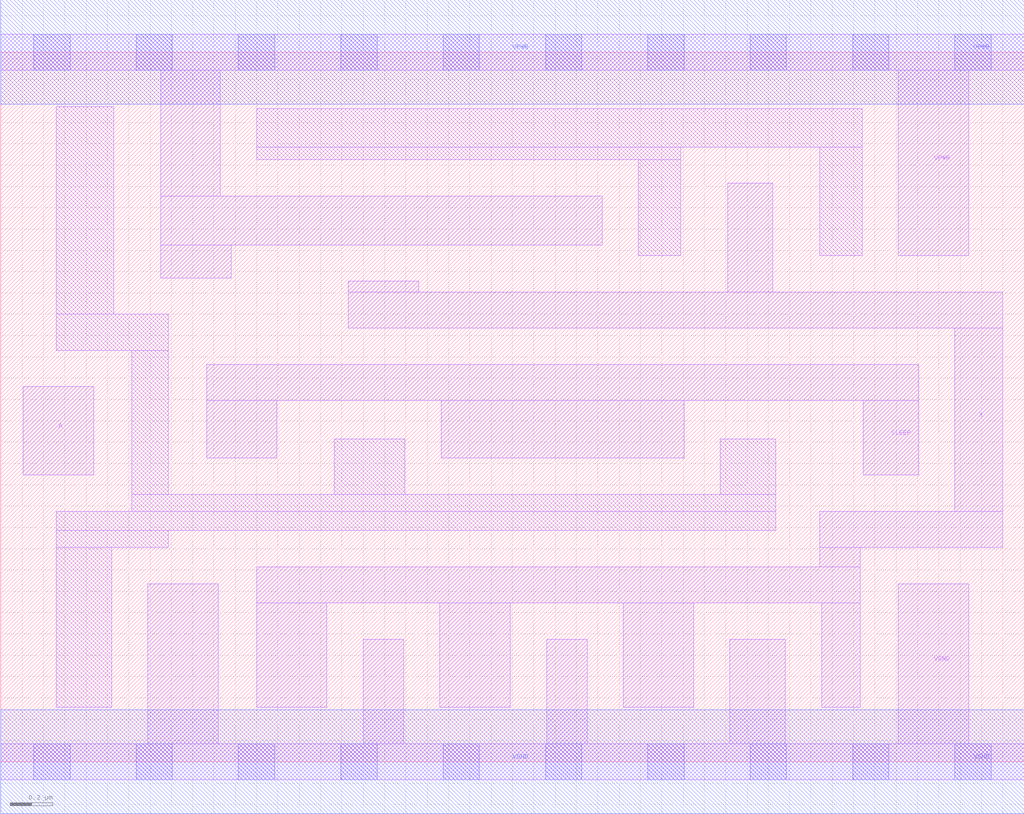
<source format=lef>
# Copyright 2020 The SkyWater PDK Authors
#
# Licensed under the Apache License, Version 2.0 (the "License");
# you may not use this file except in compliance with the License.
# You may obtain a copy of the License at
#
#     https://www.apache.org/licenses/LICENSE-2.0
#
# Unless required by applicable law or agreed to in writing, software
# distributed under the License is distributed on an "AS IS" BASIS,
# WITHOUT WARRANTIES OR CONDITIONS OF ANY KIND, either express or implied.
# See the License for the specific language governing permissions and
# limitations under the License.
#
# SPDX-License-Identifier: Apache-2.0

VERSION 5.7 ;
  NAMESCASESENSITIVE ON ;
  NOWIREEXTENSIONATPIN ON ;
  DIVIDERCHAR "/" ;
  BUSBITCHARS "[]" ;
UNITS
  DATABASE MICRONS 200 ;
END UNITS
MACRO sky130_fd_sc_lp__isobufsrc_4
  CLASS CORE ;
  SOURCE USER ;
  FOREIGN sky130_fd_sc_lp__isobufsrc_4 ;
  ORIGIN  0.000000  0.000000 ;
  SIZE  4.800000 BY  3.330000 ;
  SYMMETRY X Y ;
  SITE unit ;
  PIN A
    ANTENNAGATEAREA  0.315000 ;
    DIRECTION INPUT ;
    USE SIGNAL ;
    PORT
      LAYER li1 ;
        RECT 0.105000 1.345000 0.435000 1.760000 ;
    END
  END A
  PIN SLEEP
    ANTENNAGATEAREA  1.260000 ;
    DIRECTION INPUT ;
    USE SIGNAL ;
    PORT
      LAYER li1 ;
        RECT 0.965000 1.425000 1.295000 1.695000 ;
        RECT 0.965000 1.695000 4.305000 1.865000 ;
        RECT 2.065000 1.425000 3.205000 1.695000 ;
        RECT 4.045000 1.345000 4.305000 1.695000 ;
    END
  END SLEEP
  PIN X
    ANTENNADIFFAREA  1.646400 ;
    DIRECTION OUTPUT ;
    USE SIGNAL ;
    PORT
      LAYER li1 ;
        RECT 1.200000 0.255000 1.530000 0.745000 ;
        RECT 1.200000 0.745000 4.030000 0.915000 ;
        RECT 1.630000 2.035000 4.700000 2.205000 ;
        RECT 1.630000 2.205000 1.960000 2.255000 ;
        RECT 2.060000 0.255000 2.390000 0.745000 ;
        RECT 2.920000 0.255000 3.250000 0.745000 ;
        RECT 3.410000 2.205000 3.620000 2.715000 ;
        RECT 3.840000 0.915000 4.030000 1.005000 ;
        RECT 3.840000 1.005000 4.700000 1.175000 ;
        RECT 3.850000 0.255000 4.030000 0.745000 ;
        RECT 4.475000 1.175000 4.700000 2.035000 ;
    END
  END X
  PIN VGND
    DIRECTION INOUT ;
    USE GROUND ;
    PORT
      LAYER li1 ;
        RECT 0.000000 -0.085000 4.800000 0.085000 ;
        RECT 0.690000  0.085000 1.020000 0.835000 ;
        RECT 1.700000  0.085000 1.890000 0.575000 ;
        RECT 2.560000  0.085000 2.750000 0.575000 ;
        RECT 3.420000  0.085000 3.680000 0.575000 ;
        RECT 4.210000  0.085000 4.540000 0.835000 ;
      LAYER mcon ;
        RECT 0.155000 -0.085000 0.325000 0.085000 ;
        RECT 0.635000 -0.085000 0.805000 0.085000 ;
        RECT 1.115000 -0.085000 1.285000 0.085000 ;
        RECT 1.595000 -0.085000 1.765000 0.085000 ;
        RECT 2.075000 -0.085000 2.245000 0.085000 ;
        RECT 2.555000 -0.085000 2.725000 0.085000 ;
        RECT 3.035000 -0.085000 3.205000 0.085000 ;
        RECT 3.515000 -0.085000 3.685000 0.085000 ;
        RECT 3.995000 -0.085000 4.165000 0.085000 ;
        RECT 4.475000 -0.085000 4.645000 0.085000 ;
      LAYER met1 ;
        RECT 0.000000 -0.245000 4.800000 0.245000 ;
    END
  END VGND
  PIN VPWR
    DIRECTION INOUT ;
    USE POWER ;
    PORT
      LAYER li1 ;
        RECT 0.000000 3.245000 4.800000 3.415000 ;
        RECT 0.750000 2.270000 1.080000 2.425000 ;
        RECT 0.750000 2.425000 2.820000 2.655000 ;
        RECT 0.750000 2.655000 1.030000 3.245000 ;
        RECT 4.210000 2.375000 4.540000 3.245000 ;
      LAYER mcon ;
        RECT 0.155000 3.245000 0.325000 3.415000 ;
        RECT 0.635000 3.245000 0.805000 3.415000 ;
        RECT 1.115000 3.245000 1.285000 3.415000 ;
        RECT 1.595000 3.245000 1.765000 3.415000 ;
        RECT 2.075000 3.245000 2.245000 3.415000 ;
        RECT 2.555000 3.245000 2.725000 3.415000 ;
        RECT 3.035000 3.245000 3.205000 3.415000 ;
        RECT 3.515000 3.245000 3.685000 3.415000 ;
        RECT 3.995000 3.245000 4.165000 3.415000 ;
        RECT 4.475000 3.245000 4.645000 3.415000 ;
      LAYER met1 ;
        RECT 0.000000 3.085000 4.800000 3.575000 ;
    END
  END VPWR
  OBS
    LAYER li1 ;
      RECT 0.260000 0.255000 0.520000 1.005000 ;
      RECT 0.260000 1.005000 0.785000 1.085000 ;
      RECT 0.260000 1.085000 3.635000 1.175000 ;
      RECT 0.260000 1.930000 0.785000 2.100000 ;
      RECT 0.260000 2.100000 0.530000 3.075000 ;
      RECT 0.615000 1.175000 3.635000 1.255000 ;
      RECT 0.615000 1.255000 0.785000 1.930000 ;
      RECT 1.200000 2.825000 3.190000 2.885000 ;
      RECT 1.200000 2.885000 4.040000 3.065000 ;
      RECT 1.565000 1.255000 1.895000 1.515000 ;
      RECT 2.990000 2.375000 3.190000 2.825000 ;
      RECT 3.375000 1.255000 3.635000 1.515000 ;
      RECT 3.840000 2.375000 4.040000 2.885000 ;
  END
END sky130_fd_sc_lp__isobufsrc_4

</source>
